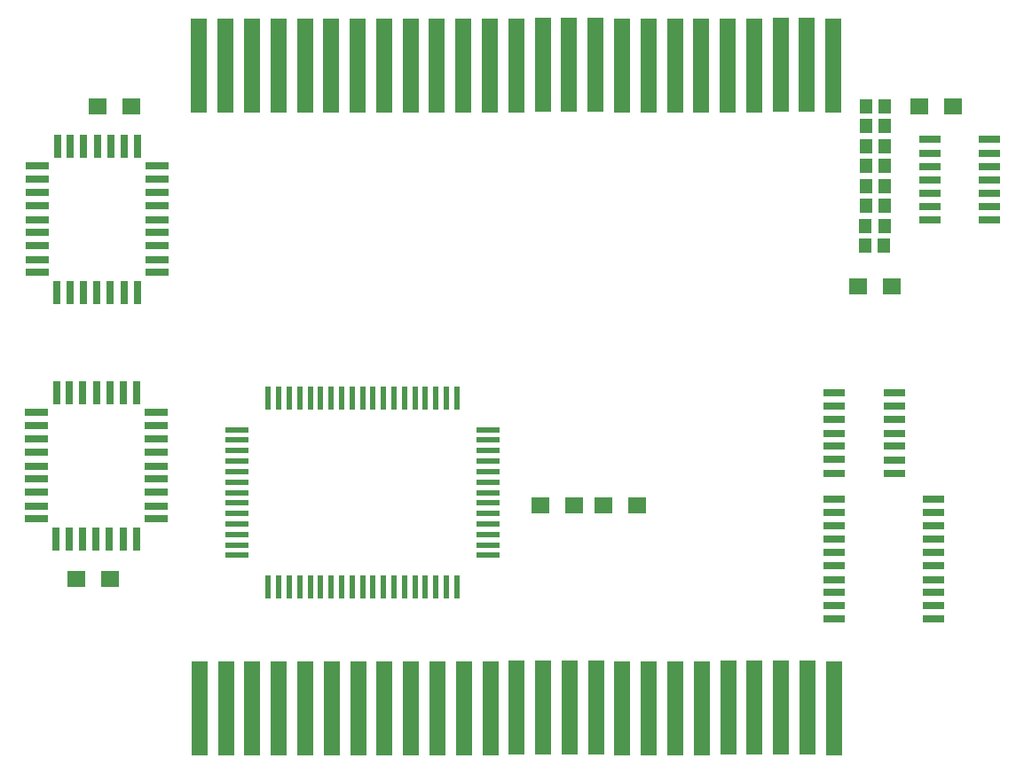
<source format=gbr>
%TF.GenerationSoftware,KiCad,Pcbnew,(6.0.2)*%
%TF.CreationDate,2022-10-21T17:36:17-05:00*%
%TF.ProjectId,REF1329_Optimized,52454631-3332-4395-9f4f-7074696d697a,rev?*%
%TF.SameCoordinates,Original*%
%TF.FileFunction,Paste,Top*%
%TF.FilePolarity,Positive*%
%FSLAX46Y46*%
G04 Gerber Fmt 4.6, Leading zero omitted, Abs format (unit mm)*
G04 Created by KiCad (PCBNEW (6.0.2)) date 2022-10-21 17:36:17*
%MOMM*%
%LPD*%
G01*
G04 APERTURE LIST*
%ADD10R,1.310000X1.390000*%
%ADD11R,1.530000X9.000000*%
%ADD12R,1.710000X1.630000*%
%ADD13R,1.700000X1.630000*%
%ADD14R,0.700000X2.270000*%
%ADD15R,2.270000X0.700000*%
%ADD16R,2.000000X0.700000*%
%ADD17R,0.600000X2.250000*%
%ADD18R,2.250000X0.600000*%
G04 APERTURE END LIST*
D10*
%TO.C,R5*%
X182654000Y-74866000D03*
X184440000Y-74867000D03*
%TD*%
D11*
%TO.C,J2*%
X119026000Y-69080000D03*
X121544000Y-69094000D03*
X124069000Y-69082000D03*
X126596000Y-69076000D03*
X129115000Y-69090000D03*
X131634000Y-69076000D03*
X134157000Y-69065000D03*
X136676000Y-69051000D03*
X139195000Y-69079000D03*
X141723000Y-69079000D03*
X144248000Y-69070000D03*
X146769000Y-69062000D03*
X149293000Y-69046000D03*
X151813000Y-69019000D03*
X154333000Y-69031000D03*
X156852000Y-69017000D03*
X159370000Y-69083000D03*
X161894000Y-69077000D03*
X164420000Y-69067000D03*
X166938000Y-69063000D03*
X169458000Y-69048000D03*
X171977000Y-69048000D03*
X174507000Y-69032000D03*
X177033000Y-69031000D03*
X179552000Y-69090000D03*
%TD*%
D12*
%TO.C,R1*%
X157567000Y-111096900D03*
X160794000Y-111103900D03*
%TD*%
D10*
%TO.C,R4*%
X182656000Y-72961000D03*
X184442000Y-72962000D03*
%TD*%
%TO.C,R8*%
X182652000Y-80578000D03*
X184438000Y-80579000D03*
%TD*%
D13*
%TO.C,C3*%
X151578400Y-111101100D03*
X154796400Y-111101100D03*
%TD*%
D14*
%TO.C,U2*%
X109210500Y-114259000D03*
X110479500Y-114258000D03*
X111789500Y-114257000D03*
X113059500Y-114257000D03*
D15*
X114922500Y-112352000D03*
X114925500Y-111122000D03*
X114923500Y-109815000D03*
X114924500Y-108544000D03*
X114926500Y-107312000D03*
X114923500Y-106001000D03*
X114924500Y-104733000D03*
X114924500Y-103462000D03*
X114924500Y-102194000D03*
D14*
X113099500Y-100288000D03*
X111829500Y-100289000D03*
X110519500Y-100287000D03*
X109248500Y-100285000D03*
X107937500Y-100288000D03*
X106671500Y-100285000D03*
X105440500Y-100287000D03*
D15*
X103494500Y-102193000D03*
X103494500Y-103465000D03*
X103493500Y-104733000D03*
X103494500Y-106004000D03*
X103495500Y-107311000D03*
X103494500Y-108543000D03*
X103497500Y-109812000D03*
X103494500Y-111124000D03*
X103493500Y-112355000D03*
D14*
X105398500Y-114259000D03*
X106629500Y-114256000D03*
X107900500Y-114257000D03*
%TD*%
D10*
%TO.C,R7*%
X182652000Y-78675000D03*
X184438000Y-78676000D03*
%TD*%
D16*
%TO.C,U5*%
X185364500Y-107986000D03*
X185363500Y-106719000D03*
X185369500Y-105405000D03*
X185362500Y-104179000D03*
X185362500Y-102868000D03*
X185363500Y-101596000D03*
X185361500Y-100286000D03*
X179648500Y-100284000D03*
X179648500Y-101595000D03*
X179650500Y-102865000D03*
X179646500Y-104177000D03*
X179647500Y-105403000D03*
X179648500Y-106711000D03*
X179648500Y-107983000D03*
%TD*%
D11*
%TO.C,J4*%
X119072000Y-130450000D03*
X121590000Y-130464000D03*
X124115000Y-130452000D03*
X126642000Y-130446000D03*
X129161000Y-130460000D03*
X131680000Y-130446000D03*
X134203000Y-130435000D03*
X136722000Y-130421000D03*
X139241000Y-130449000D03*
X141769000Y-130449000D03*
X144294000Y-130440000D03*
X146815000Y-130432000D03*
X149339000Y-130416000D03*
X151859000Y-130389000D03*
X154379000Y-130401000D03*
X156898000Y-130387000D03*
X159416000Y-130453000D03*
X161940000Y-130447000D03*
X164466000Y-130437000D03*
X166984000Y-130433000D03*
X169504000Y-130418000D03*
X172023000Y-130418000D03*
X174553000Y-130402000D03*
X177079000Y-130401000D03*
X179598000Y-130460000D03*
%TD*%
D13*
%TO.C,C1*%
X109306400Y-72963100D03*
X112524400Y-72963100D03*
%TD*%
D10*
%TO.C,R10*%
X182616000Y-84428000D03*
X184402000Y-84429000D03*
%TD*%
D16*
%TO.C,U6*%
X189124000Y-121938000D03*
X189121000Y-120668000D03*
X189121000Y-119398000D03*
X189121000Y-118168000D03*
X189122000Y-116859000D03*
X189122000Y-115586000D03*
X189120000Y-114317000D03*
X189122000Y-113047000D03*
X189121000Y-111736000D03*
X189121000Y-110468000D03*
X179597000Y-110465000D03*
X179595000Y-111738000D03*
X179597000Y-113046000D03*
X179595000Y-114318000D03*
X179598000Y-115587000D03*
X179595000Y-116855000D03*
X179597000Y-118167000D03*
X179599000Y-119397000D03*
X179596000Y-120666000D03*
X179596000Y-121935000D03*
%TD*%
D12*
%TO.C,R2*%
X187733000Y-72995900D03*
X190960000Y-73002900D03*
%TD*%
D14*
%TO.C,U1*%
X109293000Y-90731000D03*
X110562000Y-90730000D03*
X111872000Y-90729000D03*
X113142000Y-90729000D03*
D15*
X115005000Y-88824000D03*
X115008000Y-87594000D03*
X115006000Y-86287000D03*
X115007000Y-85016000D03*
X115009000Y-83784000D03*
X115006000Y-82473000D03*
X115007000Y-81205000D03*
X115007000Y-79934000D03*
X115007000Y-78666000D03*
D14*
X113182000Y-76760000D03*
X111912000Y-76761000D03*
X110602000Y-76759000D03*
X109331000Y-76757000D03*
X108020000Y-76760000D03*
X106754000Y-76757000D03*
X105523000Y-76759000D03*
D15*
X103577000Y-78665000D03*
X103577000Y-79937000D03*
X103576000Y-81205000D03*
X103577000Y-82476000D03*
X103578000Y-83783000D03*
X103577000Y-85015000D03*
X103580000Y-86284000D03*
X103577000Y-87596000D03*
X103576000Y-88827000D03*
D14*
X105481000Y-90731000D03*
X106712000Y-90728000D03*
X107983000Y-90729000D03*
%TD*%
D10*
%TO.C,R11*%
X182613000Y-86299000D03*
X184399000Y-86300000D03*
%TD*%
D12*
%TO.C,R3*%
X181888000Y-90139900D03*
X185115000Y-90146900D03*
%TD*%
D17*
%TO.C,U7*%
X125622000Y-118848000D03*
X126622000Y-118848000D03*
X127622000Y-118848000D03*
X128622000Y-118848000D03*
X129622000Y-118848000D03*
X130622000Y-118848000D03*
X131622000Y-118848000D03*
X132622000Y-118848000D03*
X133622000Y-118848000D03*
X134622000Y-118848000D03*
X135622000Y-118848000D03*
X136622000Y-118848000D03*
X137622000Y-118848000D03*
X138622000Y-118848000D03*
X139622000Y-118848000D03*
X140622000Y-118848000D03*
X141622000Y-118848000D03*
X142622000Y-118848000D03*
X143622000Y-118848000D03*
D18*
X146622000Y-115848000D03*
X146622000Y-114848000D03*
X146622000Y-113848000D03*
X146622000Y-112848000D03*
X146622000Y-111848000D03*
X146622000Y-110848000D03*
X146622000Y-109848000D03*
X146622000Y-108848000D03*
X146622000Y-107848000D03*
X146622000Y-106848000D03*
X146622000Y-105848000D03*
X146622000Y-104848000D03*
X146622000Y-103848000D03*
D17*
X143622000Y-100848000D03*
X142622000Y-100848000D03*
X141622000Y-100848000D03*
X140622000Y-100848000D03*
X139622000Y-100848000D03*
X138622000Y-100848000D03*
X137622000Y-100848000D03*
X136622000Y-100848000D03*
X135622000Y-100848000D03*
X134622000Y-100848000D03*
X133622000Y-100848000D03*
X132622000Y-100848000D03*
X131622000Y-100848000D03*
X130622000Y-100848000D03*
X129622000Y-100848000D03*
X128622000Y-100848000D03*
X127622000Y-100848000D03*
X126622000Y-100848000D03*
X125622000Y-100848000D03*
D18*
X122622000Y-103848000D03*
X122622000Y-104848000D03*
X122622000Y-105848000D03*
X122622000Y-106848000D03*
X122622000Y-107848000D03*
X122622000Y-108848000D03*
X122622000Y-109848000D03*
X122622000Y-110848000D03*
X122622000Y-111848000D03*
X122622000Y-112848000D03*
X122622000Y-113848000D03*
X122622000Y-114848000D03*
X122622000Y-115848000D03*
%TD*%
D10*
%TO.C,R6*%
X182654000Y-76767000D03*
X184440000Y-76768000D03*
%TD*%
%TO.C,R9*%
X182652000Y-82485000D03*
X184438000Y-82486000D03*
%TD*%
D13*
%TO.C,C2*%
X107284400Y-118120100D03*
X110502400Y-118120100D03*
%TD*%
D16*
%TO.C,U4*%
X194449500Y-83832000D03*
X194448500Y-82565000D03*
X194454500Y-81251000D03*
X194447500Y-80025000D03*
X194447500Y-78714000D03*
X194448500Y-77442000D03*
X194446500Y-76132000D03*
X188733500Y-76130000D03*
X188733500Y-77441000D03*
X188735500Y-78711000D03*
X188731500Y-80023000D03*
X188732500Y-81249000D03*
X188733500Y-82557000D03*
X188733500Y-83829000D03*
%TD*%
M02*

</source>
